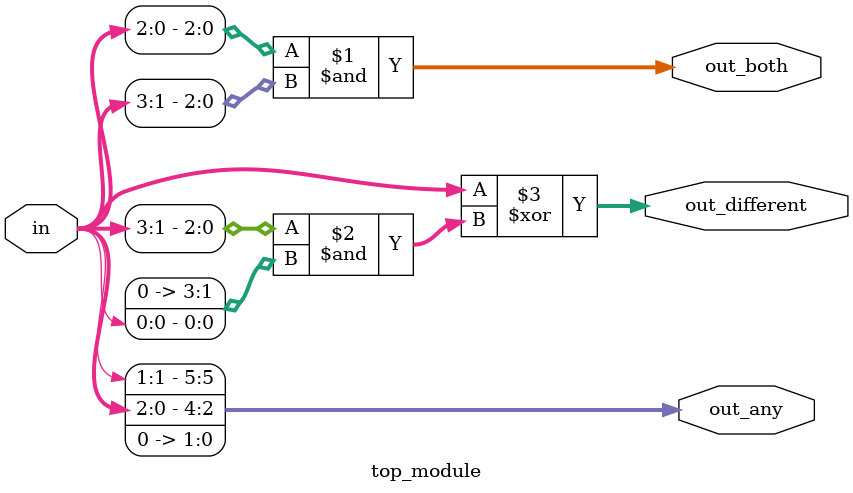
<source format=sv>
module top_module (
    input [3:0] in,
    output [2:0] out_both,
    output [5:0] out_any,
    output [3:0] out_different
);
    
    assign out_both = in[2:0] & in[3:1];
    assign out_any = {in[3:1], in[2:0], 2'b00};
    assign out_different = in ^ (in[3:1] & {1'b0, in[0]});
    
endmodule

</source>
